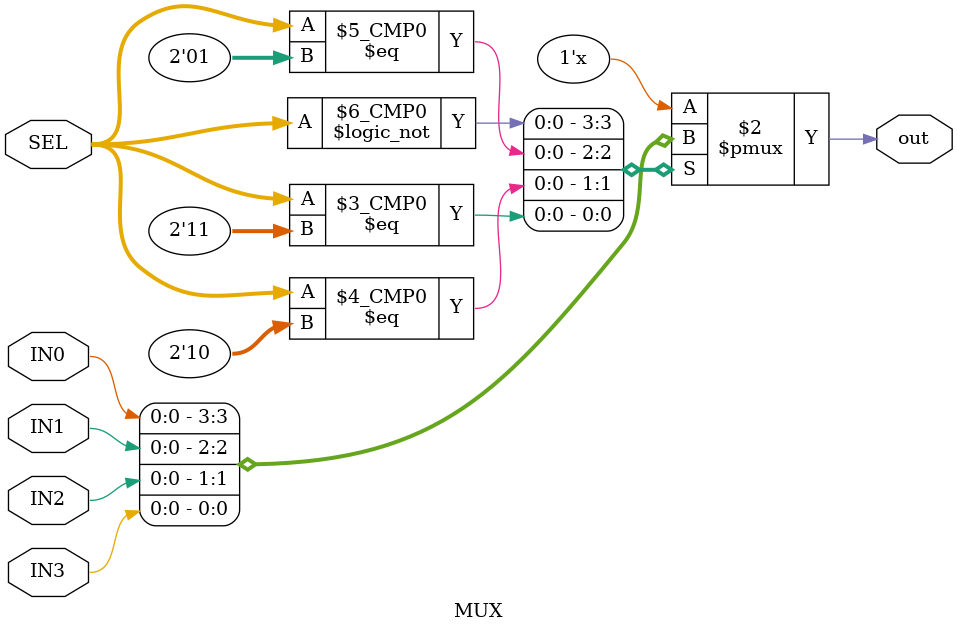
<source format=v>
module  MUX
(
    input   wire    [1:0]   SEL,
    input   wire            IN0,
    input   wire            IN1,
    input   wire            IN2,
    input   wire            IN3,    
    output  reg             out
);

    always @(*)
        begin
            case(SEL)
                2'b00:  out =   IN0;
                2'b01:  out =   IN1;
                2'b10:  out =   IN2;
                2'b11:  out =   IN3;
            endcase
        end



endmodule
</source>
